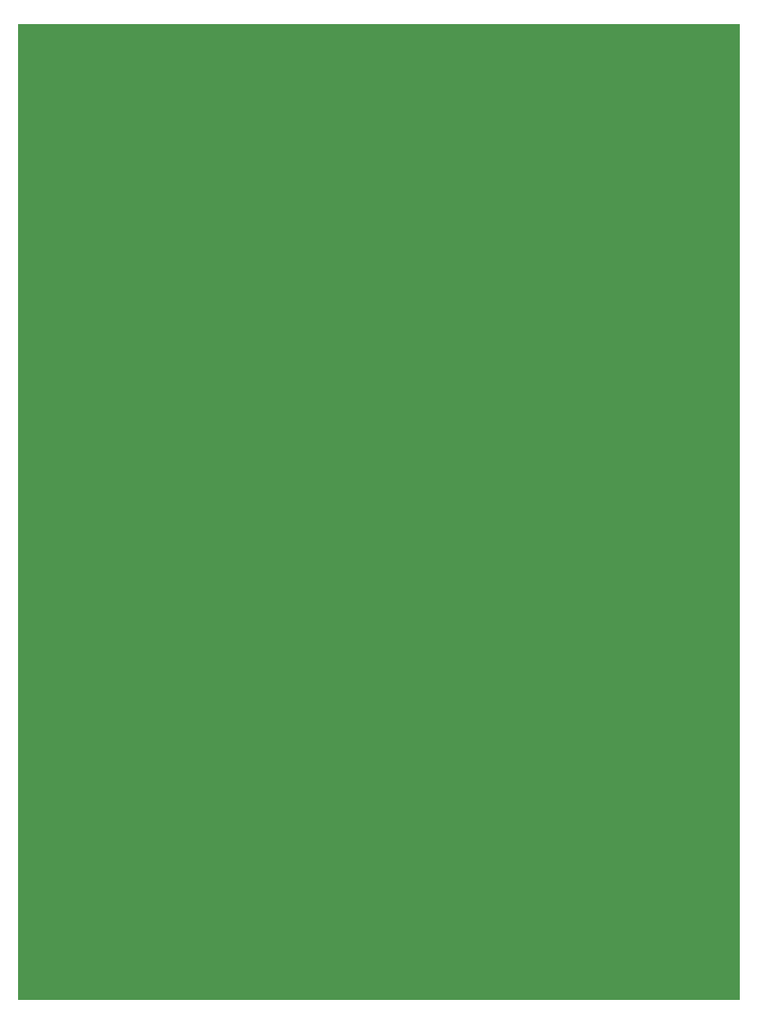
<source format=gbr>
G04 #@! TF.FileFunction,Copper,L2,Inr*
%FSLAX46Y46*%
G04 Gerber Fmt 4.6, Leading zero omitted, Abs format (unit mm)*
G04 Created by KiCad (PCBNEW 7.0.10) date 2025-07-12*
%MOMM*%
%LPD*%
G01*
G04 APERTURE LIST*
%ADD10C,0.500000*%
G04 APERTURE END LIST*
G04 #@! TF.FilePolarity,Positive*
G04 #@! TF.SameCoordinates,Original*
G36*
G01X2000000Y2000000D02*
G01X73000000Y2000000D01*
G01X73000000Y98000000D01*
G01X2000000Y98000000D01*
G01X2000000Y2000000D01*
G37*
M02*
</source>
